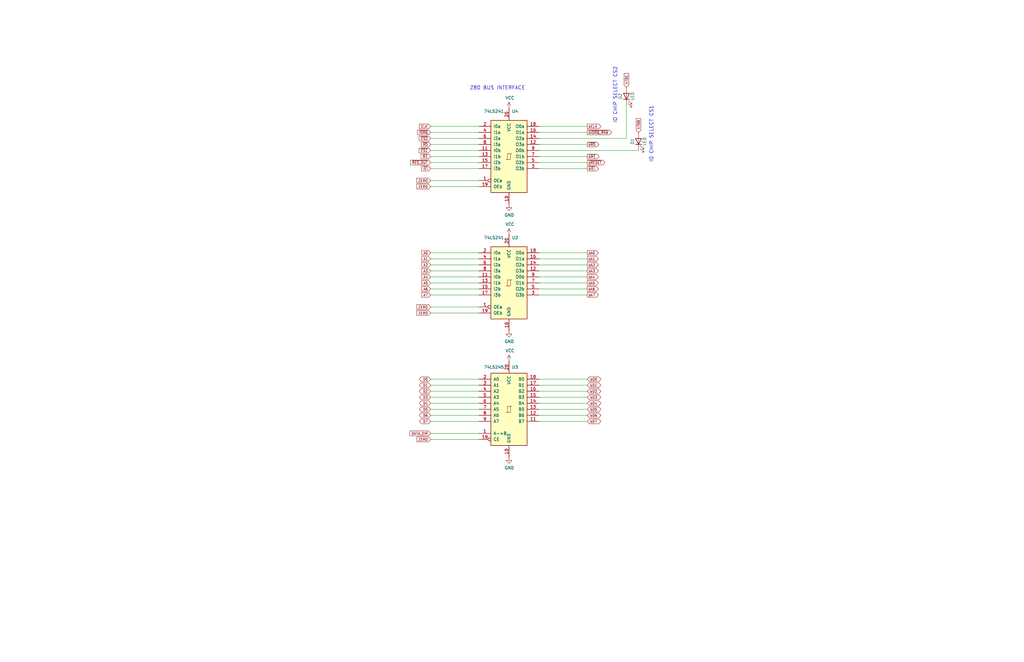
<source format=kicad_sch>
(kicad_sch (version 20211123) (generator eeschema)
  (paper "B")
  (lib_symbols
    (symbol "74xx:74LS241" (pin_names (offset 1.016))
      (property "Reference" "U" (at -7.62 16.51 0))
      (property "Value" "74LS241" (at -7.62 -16.51 0))
      (symbol "74LS241_1_0"
        (polyline (pts (xy -0.635 -1.27) (xy -0.635 1.27) (xy 0.635 1.27)))
        (polyline (pts (xy -1.27 -1.27) (xy 0.635 -1.27) (xy 0.635 1.27) (xy 1.27 1.27)))
        (pin input inverted (at -12.7 -10.16 0) (length 5.08) (name "OEa") (number "1"))
        (pin power_in line (at 0 -20.32 90) (length 5.08) (name "GND") (number "10"))
        (pin input line (at -12.7 2.54 0) (length 5.08) (name "I0b") (number "11"))
        (pin tri_state line (at 12.7 5.08 180) (length 5.08) (name "O3a") (number "12"))
        (pin input line (at -12.7 0 0) (length 5.08) (name "I1b") (number "13"))
        (pin tri_state line (at 12.7 7.62 180) (length 5.08) (name "O2a") (number "14"))
        (pin input line (at -12.7 -2.54 0) (length 5.08) (name "I2b") (number "15"))
        (pin tri_state line (at 12.7 10.16 180) (length 5.08) (name "O1a") (number "16"))
        (pin input line (at -12.7 -5.08 0) (length 5.08) (name "I3b") (number "17"))
        (pin tri_state line (at 12.7 12.7 180) (length 5.08) (name "O0a") (number "18"))
        (pin input line (at -12.7 -12.7 0) (length 5.08) (name "OEb") (number "19"))
        (pin input line (at -12.7 12.7 0) (length 5.08) (name "I0a") (number "2"))
        (pin power_in line (at 0 20.32 270) (length 5.08) (name "VCC") (number "20"))
        (pin tri_state line (at 12.7 -5.08 180) (length 5.08) (name "O3b") (number "3"))
        (pin input line (at -12.7 10.16 0) (length 5.08) (name "I1a") (number "4"))
        (pin tri_state line (at 12.7 -2.54 180) (length 5.08) (name "O2b") (number "5"))
        (pin input line (at -12.7 7.62 0) (length 5.08) (name "I2a") (number "6"))
        (pin tri_state line (at 12.7 0 180) (length 5.08) (name "O1b") (number "7"))
        (pin input line (at -12.7 5.08 0) (length 5.08) (name "I3a") (number "8"))
        (pin tri_state line (at 12.7 2.54 180) (length 5.08) (name "O0b") (number "9"))
      )
      (symbol "74LS241_1_1"
        (rectangle (start -7.62 15.24) (end 7.62 -15.24) (stroke (width 0.254)) (fill (type background)))
      )
    )
    (symbol "74xx:74LS245" (pin_names (offset 1.016))
      (property "Reference" "U" (at -7.62 16.51 0))
      (property "Value" "74LS245" (at -7.62 -16.51 0))
      (symbol "74LS245_1_0"
        (polyline (pts (xy -0.635 -1.27) (xy -0.635 1.27) (xy 0.635 1.27)))
        (polyline (pts (xy -1.27 -1.27) (xy 0.635 -1.27) (xy 0.635 1.27) (xy 1.27 1.27)))
        (pin input line (at -12.7 -10.16 0) (length 5.08) (name "A->B") (number "1"))
        (pin power_in line (at 0 -20.32 90) (length 5.08) (name "GND") (number "10"))
        (pin tri_state line (at 12.7 -5.08 180) (length 5.08) (name "B7") (number "11"))
        (pin tri_state line (at 12.7 -2.54 180) (length 5.08) (name "B6") (number "12"))
        (pin tri_state line (at 12.7 0 180) (length 5.08) (name "B5") (number "13"))
        (pin tri_state line (at 12.7 2.54 180) (length 5.08) (name "B4") (number "14"))
        (pin tri_state line (at 12.7 5.08 180) (length 5.08) (name "B3") (number "15"))
        (pin tri_state line (at 12.7 7.62 180) (length 5.08) (name "B2") (number "16"))
        (pin tri_state line (at 12.7 10.16 180) (length 5.08) (name "B1") (number "17"))
        (pin tri_state line (at 12.7 12.7 180) (length 5.08) (name "B0") (number "18"))
        (pin input inverted (at -12.7 -12.7 0) (length 5.08) (name "CE") (number "19"))
        (pin tri_state line (at -12.7 12.7 0) (length 5.08) (name "A0") (number "2"))
        (pin power_in line (at 0 20.32 270) (length 5.08) (name "VCC") (number "20"))
        (pin tri_state line (at -12.7 10.16 0) (length 5.08) (name "A1") (number "3"))
        (pin tri_state line (at -12.7 7.62 0) (length 5.08) (name "A2") (number "4"))
        (pin tri_state line (at -12.7 5.08 0) (length 5.08) (name "A3") (number "5"))
        (pin tri_state line (at -12.7 2.54 0) (length 5.08) (name "A4") (number "6"))
        (pin tri_state line (at -12.7 0 0) (length 5.08) (name "A5") (number "7"))
        (pin tri_state line (at -12.7 -2.54 0) (length 5.08) (name "A6") (number "8"))
        (pin tri_state line (at -12.7 -5.08 0) (length 5.08) (name "A7") (number "9"))
      )
      (symbol "74LS245_1_1"
        (rectangle (start -7.62 15.24) (end 7.62 -15.24) (stroke (width 0.254)) (fill (type background)))
      )
    )
    (symbol "Device:LED" (pin_numbers hide) (pin_names (offset 1.016) hide)
      (property "Reference" "D" (at 0 2.54 0))
      (property "Value" "LED" (at 0 -2.54 0))
      (symbol "LED_0_1"
        (polyline (pts (xy -1.27 -1.27) (xy -1.27 1.27)) (stroke (width 0.254)))
        (polyline (pts (xy -1.27 0) (xy 1.27 0)))
        (polyline (pts (xy 1.27 -1.27) (xy 1.27 1.27) (xy -1.27 0) (xy 1.27 -1.27)) (stroke (width 0.254)))
        (polyline (pts (xy -3.048 -0.762) (xy -4.572 -2.286) (xy -3.81 -2.286) (xy -4.572 -2.286) (xy -4.572 -1.524)))
        (polyline (pts (xy -1.778 -0.762) (xy -3.302 -2.286) (xy -2.54 -2.286) (xy -3.302 -2.286) (xy -3.302 -1.524)))
      )
      (symbol "LED_1_1"
        (pin passive line (at -3.81 0 0) (length 2.54) (name "K") (number "1"))
        (pin passive line (at 3.81 0 180) (length 2.54) (name "A") (number "2"))
      )
    )
    (symbol "power:GND" (power) (pin_names (offset 0))
      (property "Value" "GND" (at 0 -3.81 0))
      (symbol "GND_0_1"
        (polyline (pts (xy 0 0) (xy 0 -1.27) (xy 1.27 -1.27) (xy 0 -2.54) (xy -1.27 -1.27) (xy 0 -1.27)))
      )
      (symbol "GND_1_1"
        (pin power_in line (at 0 0 270) (length 0) hide (name "GND") (number "1"))
      )
    )
    (symbol "power:VCC" (power) (pin_names (offset 0))
      (property "Value" "VCC" (at 0 3.81 0))
      (symbol "VCC_0_1"
        (polyline (pts (xy -0.762 1.27) (xy 0 2.54)))
        (polyline (pts (xy 0 0) (xy 0 2.54)))
        (polyline (pts (xy 0 2.54) (xy 0.762 1.27)))
      )
      (symbol "VCC_1_1"
        (pin power_in line (at 0 0 90) (length 0) hide (name "VCC") (number "1"))
      )
    )
  )
  (wire (pts (xy 181.61 60.96) (xy 201.93 60.96)))
  (wire (pts (xy 201.93 185.42) (xy 181.61 185.42)))
  (wire (pts (xy 181.61 124.46) (xy 201.93 124.46)))
  (wire (pts (xy 227.33 68.58) (xy 247.65 68.58)))
  (wire (pts (xy 181.61 175.26) (xy 201.93 175.26)))
  (wire (pts (xy 227.33 119.38) (xy 247.65 119.38)))
  (wire (pts (xy 227.33 106.68) (xy 247.65 106.68)))
  (wire (pts (xy 227.33 71.12) (xy 247.65 71.12)))
  (wire (pts (xy 181.61 129.54) (xy 201.93 129.54)))
  (wire (pts (xy 264.16 58.42) (xy 264.16 44.45)))
  (wire (pts (xy 181.61 58.42) (xy 201.93 58.42)))
  (wire (pts (xy 227.33 177.8) (xy 247.65 177.8)))
  (wire (pts (xy 227.33 55.88) (xy 247.65 55.88)))
  (wire (pts (xy 181.61 78.74) (xy 201.93 78.74)))
  (wire (pts (xy 181.61 55.88) (xy 201.93 55.88)))
  (wire (pts (xy 181.61 167.64) (xy 201.93 167.64)))
  (wire (pts (xy 227.33 116.84) (xy 247.65 116.84)))
  (wire (pts (xy 227.33 63.5) (xy 269.24 63.5)))
  (wire (pts (xy 227.33 121.92) (xy 247.65 121.92)))
  (wire (pts (xy 181.61 68.58) (xy 201.93 68.58)))
  (wire (pts (xy 181.61 160.02) (xy 201.93 160.02)))
  (wire (pts (xy 181.61 71.12) (xy 201.93 71.12)))
  (wire (pts (xy 227.33 165.1) (xy 247.65 165.1)))
  (wire (pts (xy 181.61 119.38) (xy 201.93 119.38)))
  (wire (pts (xy 227.33 66.04) (xy 247.65 66.04)))
  (wire (pts (xy 227.33 172.72) (xy 247.65 172.72)))
  (wire (pts (xy 181.61 177.8) (xy 201.93 177.8)))
  (wire (pts (xy 227.33 124.46) (xy 247.65 124.46)))
  (wire (pts (xy 227.33 109.22) (xy 247.65 109.22)))
  (wire (pts (xy 181.61 121.92) (xy 201.93 121.92)))
  (wire (pts (xy 227.33 53.34) (xy 247.65 53.34)))
  (wire (pts (xy 227.33 160.02) (xy 247.65 160.02)))
  (wire (pts (xy 227.33 114.3) (xy 247.65 114.3)))
  (wire (pts (xy 181.61 66.04) (xy 201.93 66.04)))
  (wire (pts (xy 181.61 109.22) (xy 201.93 109.22)))
  (wire (pts (xy 181.61 162.56) (xy 201.93 162.56)))
  (wire (pts (xy 181.61 111.76) (xy 201.93 111.76)))
  (wire (pts (xy 227.33 60.96) (xy 247.65 60.96)))
  (wire (pts (xy 227.33 175.26) (xy 247.65 175.26)))
  (wire (pts (xy 201.93 182.88) (xy 181.61 182.88)))
  (wire (pts (xy 227.33 58.42) (xy 264.16 58.42)))
  (wire (pts (xy 181.61 76.2) (xy 201.93 76.2)))
  (wire (pts (xy 181.61 170.18) (xy 201.93 170.18)))
  (wire (pts (xy 181.61 63.5) (xy 201.93 63.5)))
  (wire (pts (xy 181.61 172.72) (xy 201.93 172.72)))
  (wire (pts (xy 227.33 167.64) (xy 247.65 167.64)))
  (wire (pts (xy 227.33 162.56) (xy 247.65 162.56)))
  (wire (pts (xy 181.61 53.34) (xy 201.93 53.34)))
  (wire (pts (xy 227.33 170.18) (xy 247.65 170.18)))
  (wire (pts (xy 227.33 111.76) (xy 247.65 111.76)))
  (wire (pts (xy 181.61 114.3) (xy 201.93 114.3)))
  (wire (pts (xy 181.61 106.68) (xy 201.93 106.68)))
  (wire (pts (xy 181.61 165.1) (xy 201.93 165.1)))
  (wire (pts (xy 181.61 132.08) (xy 201.93 132.08)))
  (wire (pts (xy 181.61 116.84) (xy 201.93 116.84)))
  (text "IO CHIP SELECT CS1" (at 275.59 68.58 90) (effects (font (size 1.524 1.524)) (justify left bottom)))
  (text "Z80 BUS INTERFACE" (at 198.12 38.1 0) (effects (font (size 1.524 1.524)) (justify left bottom)))
  (text "IO CHIP SELECT CS2" (at 260.35 52.07 90) (effects (font (size 1.524 1.524)) (justify left bottom)))
  (global_label "D1" (shape bidirectional) (at 181.61 162.56 180) (effects (font (size 1.016 1.016))) (property "Intersheet References" "${INTERSHEET_REFS}" (effects hide)))
  (global_label "bA4" (shape output) (at 247.65 116.84 0) (effects (font (size 1.016 1.016))) (property "Intersheet References" "${INTERSHEET_REFS}" (effects hide)))
  (global_label "ZERO" (shape input) (at 181.61 129.54 180) (effects (font (size 1.016 1.016))) (property "Intersheet References" "${INTERSHEET_REFS}" (effects hide)))
  (global_label "bA0" (shape output) (at 247.65 106.68 0) (effects (font (size 1.016 1.016))) (property "Intersheet References" "${INTERSHEET_REFS}" (effects hide)))
  (global_label "bD3" (shape bidirectional) (at 247.65 167.64 0) (effects (font (size 1.016 1.016))) (property "Intersheet References" "${INTERSHEET_REFS}" (effects hide)))
  (global_label "bD7" (shape bidirectional) (at 247.65 177.8 0) (effects (font (size 1.016 1.016))) (property "Intersheet References" "${INTERSHEET_REFS}" (effects hide)))
  (global_label "bD5" (shape bidirectional) (at 247.65 172.72 0) (effects (font (size 1.016 1.016))) (property "Intersheet References" "${INTERSHEET_REFS}" (effects hide)))
  (global_label "A4" (shape input) (at 181.61 116.84 180) (effects (font (size 1.016 1.016))) (property "Intersheet References" "${INTERSHEET_REFS}" (effects hide)))
  (global_label "~{bRD}" (shape output) (at 247.65 60.96 0) (effects (font (size 1.016 1.016))) (property "Intersheet References" "${INTERSHEET_REFS}" (effects hide)))
  (global_label "A2" (shape input) (at 181.61 111.76 180) (effects (font (size 1.016 1.016))) (property "Intersheet References" "${INTERSHEET_REFS}" (effects hide)))
  (global_label "bA7" (shape output) (at 247.65 124.46 0) (effects (font (size 1.016 1.016))) (property "Intersheet References" "${INTERSHEET_REFS}" (effects hide)))
  (global_label "D4" (shape bidirectional) (at 181.61 170.18 180) (effects (font (size 1.016 1.016))) (property "Intersheet References" "${INTERSHEET_REFS}" (effects hide)))
  (global_label "D0" (shape bidirectional) (at 181.61 160.02 180) (effects (font (size 1.016 1.016))) (property "Intersheet References" "${INTERSHEET_REFS}" (effects hide)))
  (global_label "bA3" (shape output) (at 247.65 114.3 0) (effects (font (size 1.016 1.016))) (property "Intersheet References" "${INTERSHEET_REFS}" (effects hide)))
  (global_label "A1" (shape input) (at 181.61 109.22 180) (effects (font (size 1.016 1.016))) (property "Intersheet References" "${INTERSHEET_REFS}" (effects hide)))
  (global_label "bD2" (shape bidirectional) (at 247.65 165.1 0) (effects (font (size 1.016 1.016))) (property "Intersheet References" "${INTERSHEET_REFS}" (effects hide)))
  (global_label "~{IEI}" (shape input) (at 181.61 71.12 180) (effects (font (size 1.016 1.016))) (property "Intersheet References" "${INTERSHEET_REFS}" (effects hide)))
  (global_label "A7" (shape input) (at 181.61 124.46 180) (effects (font (size 1.016 1.016))) (property "Intersheet References" "${INTERSHEET_REFS}" (effects hide)))
  (global_label "bA1" (shape output) (at 247.65 109.22 0) (effects (font (size 1.016 1.016))) (property "Intersheet References" "${INTERSHEET_REFS}" (effects hide)))
  (global_label "bA2" (shape output) (at 247.65 111.76 0) (effects (font (size 1.016 1.016))) (property "Intersheet References" "${INTERSHEET_REFS}" (effects hide)))
  (global_label "ZERO" (shape input) (at 181.61 76.2 180) (effects (font (size 1.016 1.016))) (property "Intersheet References" "${INTERSHEET_REFS}" (effects hide)))
  (global_label "470C" (shape input) (at 264.16 36.83 90) (effects (font (size 1.016 1.016))) (property "Intersheet References" "${INTERSHEET_REFS}" (effects hide)))
  (global_label "ZERO" (shape input) (at 181.61 185.42 180) (effects (font (size 1.016 1.016))) (property "Intersheet References" "${INTERSHEET_REFS}" (effects hide)))
  (global_label "~{bRESET}" (shape output) (at 247.65 68.58 0) (effects (font (size 1.016 1.016))) (property "Intersheet References" "${INTERSHEET_REFS}" (effects hide)))
  (global_label "ZERO" (shape input) (at 181.61 78.74 180) (effects (font (size 1.016 1.016))) (property "Intersheet References" "${INTERSHEET_REFS}" (effects hide)))
  (global_label "D7" (shape bidirectional) (at 181.61 177.8 180) (effects (font (size 1.016 1.016))) (property "Intersheet References" "${INTERSHEET_REFS}" (effects hide)))
  (global_label "DATA_DIR" (shape input) (at 181.61 182.88 180) (effects (font (size 1.016 1.016))) (property "Intersheet References" "${INTERSHEET_REFS}" (effects hide)))
  (global_label "~{RES_OUT}" (shape input) (at 181.61 68.58 180) (effects (font (size 1.016 1.016))) (property "Intersheet References" "${INTERSHEET_REFS}" (effects hide)))
  (global_label "A0" (shape input) (at 181.61 106.68 180) (effects (font (size 1.016 1.016))) (property "Intersheet References" "${INTERSHEET_REFS}" (effects hide)))
  (global_label "D3" (shape bidirectional) (at 181.61 167.64 180) (effects (font (size 1.016 1.016))) (property "Intersheet References" "${INTERSHEET_REFS}" (effects hide)))
  (global_label "~{RD}" (shape input) (at 181.61 60.96 180) (effects (font (size 1.016 1.016))) (property "Intersheet References" "${INTERSHEET_REFS}" (effects hide)))
  (global_label "470B" (shape input) (at 269.24 55.88 90) (effects (font (size 1.016 1.016))) (property "Intersheet References" "${INTERSHEET_REFS}" (effects hide)))
  (global_label "D2" (shape bidirectional) (at 181.61 165.1 180) (effects (font (size 1.016 1.016))) (property "Intersheet References" "${INTERSHEET_REFS}" (effects hide)))
  (global_label "~{bM1}" (shape output) (at 247.65 66.04 0) (effects (font (size 1.016 1.016))) (property "Intersheet References" "${INTERSHEET_REFS}" (effects hide)))
  (global_label "D5" (shape bidirectional) (at 181.61 172.72 180) (effects (font (size 1.016 1.016))) (property "Intersheet References" "${INTERSHEET_REFS}" (effects hide)))
  (global_label "A6" (shape input) (at 181.61 121.92 180) (effects (font (size 1.016 1.016))) (property "Intersheet References" "${INTERSHEET_REFS}" (effects hide)))
  (global_label "bCLK" (shape output) (at 247.65 53.34 0) (effects (font (size 1.016 1.016))) (property "Intersheet References" "${INTERSHEET_REFS}" (effects hide)))
  (global_label "~{M1}" (shape input) (at 181.61 66.04 180) (effects (font (size 1.016 1.016))) (property "Intersheet References" "${INTERSHEET_REFS}" (effects hide)))
  (global_label "CLK" (shape input) (at 181.61 53.34 180) (effects (font (size 1.016 1.016))) (property "Intersheet References" "${INTERSHEET_REFS}" (effects hide)))
  (global_label "bD6" (shape bidirectional) (at 247.65 175.26 0) (effects (font (size 1.016 1.016))) (property "Intersheet References" "${INTERSHEET_REFS}" (effects hide)))
  (global_label "bD0" (shape bidirectional) (at 247.65 160.02 0) (effects (font (size 1.016 1.016))) (property "Intersheet References" "${INTERSHEET_REFS}" (effects hide)))
  (global_label "~{CS2}" (shape input) (at 181.61 58.42 180) (effects (font (size 1.016 1.016))) (property "Intersheet References" "${INTERSHEET_REFS}" (effects hide)))
  (global_label "~{bIORQ_RAW}" (shape output) (at 247.65 55.88 0) (effects (font (size 1.016 1.016))) (property "Intersheet References" "${INTERSHEET_REFS}" (effects hide)))
  (global_label "bA5" (shape output) (at 247.65 119.38 0) (effects (font (size 1.016 1.016))) (property "Intersheet References" "${INTERSHEET_REFS}" (effects hide)))
  (global_label "A3" (shape input) (at 181.61 114.3 180) (effects (font (size 1.016 1.016))) (property "Intersheet References" "${INTERSHEET_REFS}" (effects hide)))
  (global_label "A5" (shape input) (at 181.61 119.38 180) (effects (font (size 1.016 1.016))) (property "Intersheet References" "${INTERSHEET_REFS}" (effects hide)))
  (global_label "~{bIEI}" (shape output) (at 247.65 71.12 0) (effects (font (size 1.016 1.016))) (property "Intersheet References" "${INTERSHEET_REFS}" (effects hide)))
  (global_label "~{CS1}" (shape input) (at 181.61 63.5 180) (effects (font (size 1.016 1.016))) (property "Intersheet References" "${INTERSHEET_REFS}" (effects hide)))
  (global_label "D6" (shape bidirectional) (at 181.61 175.26 180) (effects (font (size 1.016 1.016))) (property "Intersheet References" "${INTERSHEET_REFS}" (effects hide)))
  (global_label "~{IORQ}" (shape input) (at 181.61 55.88 180) (effects (font (size 1.016 1.016))) (property "Intersheet References" "${INTERSHEET_REFS}" (effects hide)))
  (global_label "bA6" (shape output) (at 247.65 121.92 0) (effects (font (size 1.016 1.016))) (property "Intersheet References" "${INTERSHEET_REFS}" (effects hide)))
  (global_label "ZERO" (shape input) (at 181.61 132.08 180) (effects (font (size 1.016 1.016))) (property "Intersheet References" "${INTERSHEET_REFS}" (effects hide)))
  (global_label "bD1" (shape bidirectional) (at 247.65 162.56 0) (effects (font (size 1.016 1.016))) (property "Intersheet References" "${INTERSHEET_REFS}" (effects hide)))
  (global_label "bD4" (shape bidirectional) (at 247.65 170.18 0) (effects (font (size 1.016 1.016))) (property "Intersheet References" "${INTERSHEET_REFS}" (effects hide)))
  (symbol (lib_id "Device:LED") (at 269.24 59.69 90) (unit 1)
    (property "Reference" "D1" (at 266.7 59.69 0))
    (property "Value" "LED" (at 271.78 59.69 0))
    (property "Footprint" "LED_THT:LED_D3.0mm_Horizontal_O3.81mm_Z2.0mm" (effects hide))
  )
  (symbol (lib_id "Device:LED") (at 264.16 40.64 90) (unit 1)
    (property "Reference" "D2" (at 261.62 40.64 0))
    (property "Value" "LED" (at 266.7 40.64 0))
    (property "Footprint" "LED_THT:LED_D3.0mm_Horizontal_O3.81mm_Z2.0mm" (effects hide))
  )
  (symbol (lib_id "74xx:74LS241") (at 214.63 66.04 0) (unit 1)
    (property "Reference" "U4" (at 217.17 46.99 0))
    (property "Value" "74LS241" (at 208.28 46.99 0))
    (property "Footprint" "Package_DIP:DIP-20_W7.62mm" (effects hide))
    (property "Datasheet" "http://www.ti.com/lit/ds/symlink/sn74ls241.pdf" (effects hide))
  )
  (symbol (lib_id "power:VCC") (at 214.63 45.72 0) (unit 1)
    (property "Reference" "#PWR0103" (effects hide))
    (property "Value" "VCC" (at 215.011 41.3258 0))
  )
  (symbol (lib_id "power:GND") (at 214.63 86.36 0) (unit 1)
    (property "Reference" "#PWR0104" (effects hide))
    (property "Value" "GND" (at 214.757 90.7542 0))
  )
  (symbol (lib_id "74xx:74LS241") (at 214.63 119.38 0) (unit 1)
    (property "Reference" "U2" (at 217.17 100.33 0))
    (property "Value" "74LS241" (at 208.28 100.33 0))
    (property "Footprint" "Package_DIP:DIP-20_W7.62mm" (effects hide))
    (property "Datasheet" "http://www.ti.com/lit/ds/symlink/sn74ls241.pdf" (effects hide))
  )
  (symbol (lib_id "power:VCC") (at 214.63 99.06 0) (unit 1)
    (property "Reference" "#PWR0107" (effects hide))
    (property "Value" "VCC" (at 215.011 94.6658 0))
  )
  (symbol (lib_id "power:GND") (at 214.63 139.7 0) (unit 1)
    (property "Reference" "#PWR0108" (effects hide))
    (property "Value" "GND" (at 214.757 144.0942 0))
  )
  (symbol (lib_id "74xx:74LS245") (at 214.63 172.72 0) (unit 1)
    (property "Reference" "U3" (at 217.17 154.94 0))
    (property "Value" "74LS245" (at 208.28 154.94 0))
    (property "Footprint" "Package_DIP:DIP-20_W7.62mm" (effects hide))
    (property "Datasheet" "http://www.ti.com/lit/gpn/sn74LS245" (effects hide))
  )
  (symbol (lib_id "power:VCC") (at 214.63 152.4 0) (unit 1)
    (property "Reference" "#PWR0112" (effects hide))
    (property "Value" "VCC" (at 215.011 148.0058 0))
  )
  (symbol (lib_id "power:GND") (at 214.63 193.04 0) (unit 1)
    (property "Reference" "#PWR0113" (effects hide))
    (property "Value" "GND" (at 214.757 197.4342 0))
  )
)
</source>
